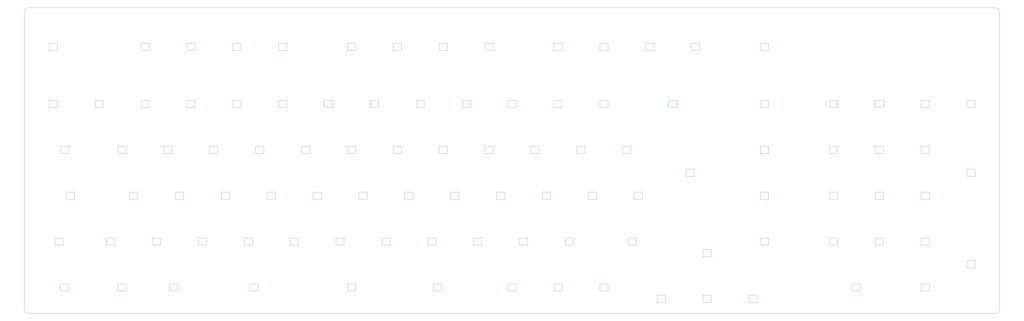
<source format=gbr>
%TF.GenerationSoftware,KiCad,Pcbnew,(6.0.4)*%
%TF.CreationDate,2022-11-05T13:28:53+01:00*%
%TF.ProjectId,pcb,7063622e-6b69-4636-9164-5f7063625858,rev?*%
%TF.SameCoordinates,Original*%
%TF.FileFunction,Profile,NP*%
%FSLAX46Y46*%
G04 Gerber Fmt 4.6, Leading zero omitted, Abs format (unit mm)*
G04 Created by KiCad (PCBNEW (6.0.4)) date 2022-11-05 13:28:53*
%MOMM*%
%LPD*%
G01*
G04 APERTURE LIST*
%TA.AperFunction,Profile*%
%ADD10C,0.100000*%
%TD*%
%TA.AperFunction,Profile*%
%ADD11C,0.120000*%
%TD*%
G04 APERTURE END LIST*
D10*
X493712500Y-165100000D02*
G75*
G03*
X492125000Y-163512500I-1587600J-100D01*
G01*
X88900000Y-288925000D02*
X88900000Y-165100000D01*
X90487500Y-163512500D02*
G75*
G03*
X88900000Y-165100000I0J-1587500D01*
G01*
X90487500Y-290512500D02*
X492125000Y-290512500D01*
X492125000Y-290512500D02*
G75*
G03*
X493712500Y-288925000I0J1587500D01*
G01*
X88900000Y-288925000D02*
G75*
G03*
X90487500Y-290512500I1587600J100D01*
G01*
X493712500Y-288925000D02*
X493712500Y-165100000D01*
X90487500Y-163512500D02*
X492125000Y-163512500D01*
D11*
%TO.C,D150*%
X461056250Y-224087500D02*
X464456250Y-224087500D01*
X461056250Y-221087500D02*
X461056250Y-224087500D01*
X464456250Y-221087500D02*
X461056250Y-221087500D01*
X464456250Y-224087500D02*
X464456250Y-221087500D01*
%TO.C,D190*%
X127681250Y-278237500D02*
X127681250Y-281237500D01*
X131081250Y-278237500D02*
X127681250Y-278237500D01*
X127681250Y-281237500D02*
X131081250Y-281237500D01*
X131081250Y-281237500D02*
X131081250Y-278237500D01*
%TO.C,D180*%
X294368750Y-262187500D02*
X297768750Y-262187500D01*
X294368750Y-259187500D02*
X294368750Y-262187500D01*
X297768750Y-262187500D02*
X297768750Y-259187500D01*
X297768750Y-259187500D02*
X294368750Y-259187500D01*
%TO.C,D115*%
X102506250Y-202037500D02*
X99106250Y-202037500D01*
X99106250Y-202037500D02*
X99106250Y-205037500D01*
X102506250Y-205037500D02*
X102506250Y-202037500D01*
X99106250Y-205037500D02*
X102506250Y-205037500D01*
%TO.C,D119*%
X175306250Y-205037500D02*
X178706250Y-205037500D01*
X178706250Y-202037500D02*
X175306250Y-202037500D01*
X175306250Y-202037500D02*
X175306250Y-205037500D01*
X178706250Y-205037500D02*
X178706250Y-202037500D01*
%TO.C,D135*%
X131081250Y-221087500D02*
X127681250Y-221087500D01*
X127681250Y-221087500D02*
X127681250Y-224087500D01*
X131081250Y-224087500D02*
X131081250Y-221087500D01*
X127681250Y-224087500D02*
X131081250Y-224087500D01*
%TO.C,D162*%
X322943750Y-240137500D02*
X322943750Y-243137500D01*
X326343750Y-243137500D02*
X326343750Y-240137500D01*
X326343750Y-240137500D02*
X322943750Y-240137500D01*
X322943750Y-243137500D02*
X326343750Y-243137500D01*
%TO.C,D136*%
X146731250Y-224087500D02*
X150131250Y-224087500D01*
X146731250Y-221087500D02*
X146731250Y-224087500D01*
X150131250Y-224087500D02*
X150131250Y-221087500D01*
X150131250Y-221087500D02*
X146731250Y-221087500D01*
%TO.C,D144*%
X302531250Y-221087500D02*
X299131250Y-221087500D01*
X302531250Y-224087500D02*
X302531250Y-221087500D01*
X299131250Y-224087500D02*
X302531250Y-224087500D01*
X299131250Y-221087500D02*
X299131250Y-224087500D01*
%TO.C,D158*%
X246743750Y-240137500D02*
X246743750Y-243137500D01*
X250143750Y-240137500D02*
X246743750Y-240137500D01*
X250143750Y-243137500D02*
X250143750Y-240137500D01*
X246743750Y-243137500D02*
X250143750Y-243137500D01*
%TO.C,D197*%
X370568750Y-283000000D02*
X370568750Y-286000000D01*
X370568750Y-286000000D02*
X373968750Y-286000000D01*
X373968750Y-286000000D02*
X373968750Y-283000000D01*
X373968750Y-283000000D02*
X370568750Y-283000000D01*
%TO.C,D134*%
X103868750Y-221087500D02*
X103868750Y-224087500D01*
X107268750Y-221087500D02*
X103868750Y-221087500D01*
X107268750Y-224087500D02*
X107268750Y-221087500D01*
X103868750Y-224087500D02*
X107268750Y-224087500D01*
%TO.C,D138*%
X188231250Y-224087500D02*
X188231250Y-221087500D01*
X188231250Y-221087500D02*
X184831250Y-221087500D01*
X184831250Y-221087500D02*
X184831250Y-224087500D01*
X184831250Y-224087500D02*
X188231250Y-224087500D01*
%TO.C,D166*%
X426356250Y-240137500D02*
X422956250Y-240137500D01*
X426356250Y-243137500D02*
X426356250Y-240137500D01*
X422956250Y-243137500D02*
X426356250Y-243137500D01*
X422956250Y-240137500D02*
X422956250Y-243137500D01*
%TO.C,D185*%
X422956250Y-259187500D02*
X422956250Y-262187500D01*
X426356250Y-259187500D02*
X422956250Y-259187500D01*
X422956250Y-262187500D02*
X426356250Y-262187500D01*
X426356250Y-262187500D02*
X426356250Y-259187500D01*
%TO.C,D107*%
X245381250Y-178225000D02*
X241981250Y-178225000D01*
X241981250Y-181225000D02*
X245381250Y-181225000D01*
X241981250Y-178225000D02*
X241981250Y-181225000D01*
X245381250Y-181225000D02*
X245381250Y-178225000D01*
%TO.C,D175*%
X202518750Y-259187500D02*
X199118750Y-259187500D01*
X202518750Y-262187500D02*
X202518750Y-259187500D01*
X199118750Y-259187500D02*
X199118750Y-262187500D01*
X199118750Y-262187500D02*
X202518750Y-262187500D01*
%TO.C,D170*%
X101487500Y-259187500D02*
X101487500Y-262187500D01*
X104887500Y-262187500D02*
X104887500Y-259187500D01*
X101487500Y-262187500D02*
X104887500Y-262187500D01*
X104887500Y-259187500D02*
X101487500Y-259187500D01*
%TO.C,D202*%
X182450000Y-281237500D02*
X185850000Y-281237500D01*
X185850000Y-278237500D02*
X182450000Y-278237500D01*
X185850000Y-281237500D02*
X185850000Y-278237500D01*
X182450000Y-278237500D02*
X182450000Y-281237500D01*
%TO.C,D146*%
X340631250Y-221087500D02*
X337231250Y-221087500D01*
X337231250Y-224087500D02*
X340631250Y-224087500D01*
X337231250Y-221087500D02*
X337231250Y-224087500D01*
X340631250Y-224087500D02*
X340631250Y-221087500D01*
%TO.C,D140*%
X222931250Y-224087500D02*
X226331250Y-224087500D01*
X226331250Y-224087500D02*
X226331250Y-221087500D01*
X222931250Y-221087500D02*
X222931250Y-224087500D01*
X226331250Y-221087500D02*
X222931250Y-221087500D01*
%TO.C,D188*%
X480106250Y-268712500D02*
X480106250Y-271712500D01*
X483506250Y-268712500D02*
X480106250Y-268712500D01*
X480106250Y-271712500D02*
X483506250Y-271712500D01*
X483506250Y-271712500D02*
X483506250Y-268712500D01*
%TO.C,D137*%
X165781250Y-224087500D02*
X169181250Y-224087500D01*
X165781250Y-221087500D02*
X165781250Y-224087500D01*
X169181250Y-221087500D02*
X165781250Y-221087500D01*
X169181250Y-224087500D02*
X169181250Y-221087500D01*
%TO.C,D193*%
X293006250Y-278237500D02*
X289606250Y-278237500D01*
X289606250Y-278237500D02*
X289606250Y-281237500D01*
X289606250Y-281237500D02*
X293006250Y-281237500D01*
X293006250Y-281237500D02*
X293006250Y-278237500D01*
%TO.C,D163*%
X345393750Y-243137500D02*
X345393750Y-240137500D01*
X341993750Y-243137500D02*
X345393750Y-243137500D01*
X345393750Y-240137500D02*
X341993750Y-240137500D01*
X341993750Y-240137500D02*
X341993750Y-243137500D01*
%TO.C,D139*%
X207281250Y-221087500D02*
X203881250Y-221087500D01*
X203881250Y-224087500D02*
X207281250Y-224087500D01*
X207281250Y-224087500D02*
X207281250Y-221087500D01*
X203881250Y-221087500D02*
X203881250Y-224087500D01*
%TO.C,D141*%
X241981250Y-224087500D02*
X245381250Y-224087500D01*
X241981250Y-221087500D02*
X241981250Y-224087500D01*
X245381250Y-221087500D02*
X241981250Y-221087500D01*
X245381250Y-224087500D02*
X245381250Y-221087500D01*
%TO.C,D148*%
X426356250Y-221087500D02*
X422956250Y-221087500D01*
X426356250Y-224087500D02*
X426356250Y-221087500D01*
X422956250Y-221087500D02*
X422956250Y-224087500D01*
X422956250Y-224087500D02*
X426356250Y-224087500D01*
%TO.C,D113*%
X369206250Y-181225000D02*
X369206250Y-178225000D01*
X369206250Y-178225000D02*
X365806250Y-178225000D01*
X365806250Y-178225000D02*
X365806250Y-181225000D01*
X365806250Y-181225000D02*
X369206250Y-181225000D01*
%TO.C,D109*%
X283481250Y-181225000D02*
X283481250Y-178225000D01*
X280081250Y-181225000D02*
X283481250Y-181225000D01*
X280081250Y-178225000D02*
X280081250Y-181225000D01*
X283481250Y-178225000D02*
X280081250Y-178225000D01*
%TO.C,D127*%
X327706250Y-205037500D02*
X331106250Y-205037500D01*
X331106250Y-202037500D02*
X327706250Y-202037500D01*
X331106250Y-205037500D02*
X331106250Y-202037500D01*
X327706250Y-202037500D02*
X327706250Y-205037500D01*
%TO.C,D167*%
X442006250Y-240137500D02*
X442006250Y-243137500D01*
X445406250Y-240137500D02*
X442006250Y-240137500D01*
X445406250Y-243137500D02*
X445406250Y-240137500D01*
X442006250Y-243137500D02*
X445406250Y-243137500D01*
%TO.C,D183*%
X373968750Y-266950000D02*
X373968750Y-263950000D01*
X373968750Y-263950000D02*
X370568750Y-263950000D01*
X370568750Y-266950000D02*
X373968750Y-266950000D01*
X370568750Y-263950000D02*
X370568750Y-266950000D01*
%TO.C,D130*%
X422956250Y-205037500D02*
X426356250Y-205037500D01*
X422956250Y-202037500D02*
X422956250Y-205037500D01*
X426356250Y-202037500D02*
X422956250Y-202037500D01*
X426356250Y-205037500D02*
X426356250Y-202037500D01*
%TO.C,D116*%
X121556250Y-205037500D02*
X121556250Y-202037500D01*
X121556250Y-202037500D02*
X118156250Y-202037500D01*
X118156250Y-205037500D02*
X121556250Y-205037500D01*
X118156250Y-202037500D02*
X118156250Y-205037500D01*
%TO.C,D168*%
X464456250Y-243137500D02*
X464456250Y-240137500D01*
X461056250Y-243137500D02*
X464456250Y-243137500D01*
X461056250Y-240137500D02*
X461056250Y-243137500D01*
X464456250Y-240137500D02*
X461056250Y-240137500D01*
%TO.C,D176*%
X221568750Y-262187500D02*
X221568750Y-259187500D01*
X218168750Y-262187500D02*
X221568750Y-262187500D01*
X218168750Y-259187500D02*
X218168750Y-262187500D01*
X221568750Y-259187500D02*
X218168750Y-259187500D01*
%TO.C,D110*%
X312056250Y-178225000D02*
X308656250Y-178225000D01*
X308656250Y-178225000D02*
X308656250Y-181225000D01*
X308656250Y-181225000D02*
X312056250Y-181225000D01*
X312056250Y-181225000D02*
X312056250Y-178225000D01*
%TO.C,D128*%
X359681250Y-202037500D02*
X356281250Y-202037500D01*
X356281250Y-202037500D02*
X356281250Y-205037500D01*
X359681250Y-205037500D02*
X359681250Y-202037500D01*
X356281250Y-205037500D02*
X359681250Y-205037500D01*
%TO.C,D118*%
X159656250Y-205037500D02*
X159656250Y-202037500D01*
X159656250Y-202037500D02*
X156256250Y-202037500D01*
X156256250Y-202037500D02*
X156256250Y-205037500D01*
X156256250Y-205037500D02*
X159656250Y-205037500D01*
%TO.C,D186*%
X442006250Y-262187500D02*
X445406250Y-262187500D01*
X442006250Y-259187500D02*
X442006250Y-262187500D01*
X445406250Y-262187500D02*
X445406250Y-259187500D01*
X445406250Y-259187500D02*
X442006250Y-259187500D01*
%TO.C,D171*%
X122918750Y-262187500D02*
X126318750Y-262187500D01*
X126318750Y-259187500D02*
X122918750Y-259187500D01*
X126318750Y-262187500D02*
X126318750Y-259187500D01*
X122918750Y-259187500D02*
X122918750Y-262187500D01*
%TO.C,D105*%
X197756250Y-181225000D02*
X197756250Y-178225000D01*
X194356250Y-181225000D02*
X197756250Y-181225000D01*
X197756250Y-178225000D02*
X194356250Y-178225000D01*
X194356250Y-178225000D02*
X194356250Y-181225000D01*
%TO.C,D192*%
X222931250Y-278237500D02*
X222931250Y-281237500D01*
X222931250Y-281237500D02*
X226331250Y-281237500D01*
X226331250Y-278237500D02*
X222931250Y-278237500D01*
X226331250Y-281237500D02*
X226331250Y-278237500D01*
%TO.C,D120*%
X194356250Y-202037500D02*
X194356250Y-205037500D01*
X197756250Y-202037500D02*
X194356250Y-202037500D01*
X197756250Y-205037500D02*
X197756250Y-202037500D01*
X194356250Y-205037500D02*
X197756250Y-205037500D01*
%TO.C,D122*%
X235856250Y-205037500D02*
X235856250Y-202037500D01*
X232456250Y-205037500D02*
X235856250Y-205037500D01*
X235856250Y-202037500D02*
X232456250Y-202037500D01*
X232456250Y-202037500D02*
X232456250Y-205037500D01*
%TO.C,D129*%
X397781250Y-202037500D02*
X394381250Y-202037500D01*
X394381250Y-202037500D02*
X394381250Y-205037500D01*
X394381250Y-205037500D02*
X397781250Y-205037500D01*
X397781250Y-205037500D02*
X397781250Y-202037500D01*
%TO.C,D155*%
X189593750Y-240137500D02*
X189593750Y-243137500D01*
X192993750Y-243137500D02*
X192993750Y-240137500D01*
X189593750Y-243137500D02*
X192993750Y-243137500D01*
X192993750Y-240137500D02*
X189593750Y-240137500D01*
%TO.C,D103*%
X156256250Y-181225000D02*
X159656250Y-181225000D01*
X159656250Y-181225000D02*
X159656250Y-178225000D01*
X159656250Y-178225000D02*
X156256250Y-178225000D01*
X156256250Y-178225000D02*
X156256250Y-181225000D01*
%TO.C,D106*%
X226331250Y-181225000D02*
X226331250Y-178225000D01*
X222931250Y-178225000D02*
X222931250Y-181225000D01*
X222931250Y-181225000D02*
X226331250Y-181225000D01*
X226331250Y-178225000D02*
X222931250Y-178225000D01*
%TO.C,D181*%
X316818750Y-262187500D02*
X316818750Y-259187500D01*
X316818750Y-259187500D02*
X313418750Y-259187500D01*
X313418750Y-259187500D02*
X313418750Y-262187500D01*
X313418750Y-262187500D02*
X316818750Y-262187500D01*
%TO.C,D184*%
X397781250Y-262187500D02*
X397781250Y-259187500D01*
X397781250Y-259187500D02*
X394381250Y-259187500D01*
X394381250Y-262187500D02*
X397781250Y-262187500D01*
X394381250Y-259187500D02*
X394381250Y-262187500D01*
%TO.C,D114*%
X394381250Y-181225000D02*
X397781250Y-181225000D01*
X394381250Y-178225000D02*
X394381250Y-181225000D01*
X397781250Y-181225000D02*
X397781250Y-178225000D01*
X397781250Y-178225000D02*
X394381250Y-178225000D01*
%TO.C,D156*%
X208643750Y-243137500D02*
X212043750Y-243137500D01*
X208643750Y-240137500D02*
X208643750Y-243137500D01*
X212043750Y-240137500D02*
X208643750Y-240137500D01*
X212043750Y-243137500D02*
X212043750Y-240137500D01*
%TO.C,D159*%
X265793750Y-243137500D02*
X269193750Y-243137500D01*
X269193750Y-240137500D02*
X265793750Y-240137500D01*
X269193750Y-243137500D02*
X269193750Y-240137500D01*
X265793750Y-240137500D02*
X265793750Y-243137500D01*
%TO.C,D172*%
X145368750Y-259187500D02*
X141968750Y-259187500D01*
X141968750Y-259187500D02*
X141968750Y-262187500D01*
X145368750Y-262187500D02*
X145368750Y-259187500D01*
X141968750Y-262187500D02*
X145368750Y-262187500D01*
%TO.C,D117*%
X140606250Y-202037500D02*
X137206250Y-202037500D01*
X137206250Y-202037500D02*
X137206250Y-205037500D01*
X140606250Y-205037500D02*
X140606250Y-202037500D01*
X137206250Y-205037500D02*
X140606250Y-205037500D01*
%TO.C,D173*%
X161018750Y-259187500D02*
X161018750Y-262187500D01*
X164418750Y-259187500D02*
X161018750Y-259187500D01*
X161018750Y-262187500D02*
X164418750Y-262187500D01*
X164418750Y-262187500D02*
X164418750Y-259187500D01*
%TO.C,D178*%
X256268750Y-259187500D02*
X256268750Y-262187500D01*
X256268750Y-262187500D02*
X259668750Y-262187500D01*
X259668750Y-259187500D02*
X256268750Y-259187500D01*
X259668750Y-262187500D02*
X259668750Y-259187500D01*
%TO.C,D199*%
X435881250Y-281237500D02*
X435881250Y-278237500D01*
X432481250Y-278237500D02*
X432481250Y-281237500D01*
X432481250Y-281237500D02*
X435881250Y-281237500D01*
X435881250Y-278237500D02*
X432481250Y-278237500D01*
%TO.C,D143*%
X283481250Y-221087500D02*
X280081250Y-221087500D01*
X283481250Y-224087500D02*
X283481250Y-221087500D01*
X280081250Y-224087500D02*
X283481250Y-224087500D01*
X280081250Y-221087500D02*
X280081250Y-224087500D01*
%TO.C,D182*%
X339612500Y-262187500D02*
X343012500Y-262187500D01*
X343012500Y-259187500D02*
X339612500Y-259187500D01*
X343012500Y-262187500D02*
X343012500Y-259187500D01*
X339612500Y-259187500D02*
X339612500Y-262187500D01*
%TO.C,D157*%
X227693750Y-243137500D02*
X231093750Y-243137500D01*
X227693750Y-240137500D02*
X227693750Y-243137500D01*
X231093750Y-243137500D02*
X231093750Y-240137500D01*
X231093750Y-240137500D02*
X227693750Y-240137500D01*
%TO.C,D196*%
X351518750Y-283000000D02*
X351518750Y-286000000D01*
X351518750Y-286000000D02*
X354918750Y-286000000D01*
X354918750Y-283000000D02*
X351518750Y-283000000D01*
X354918750Y-286000000D02*
X354918750Y-283000000D01*
%TO.C,D102*%
X137206250Y-181225000D02*
X140606250Y-181225000D01*
X140606250Y-178225000D02*
X137206250Y-178225000D01*
X140606250Y-181225000D02*
X140606250Y-178225000D01*
X137206250Y-178225000D02*
X137206250Y-181225000D01*
%TO.C,D203*%
X262050000Y-281237500D02*
X262050000Y-278237500D01*
X262050000Y-278237500D02*
X258650000Y-278237500D01*
X258650000Y-281237500D02*
X262050000Y-281237500D01*
X258650000Y-278237500D02*
X258650000Y-281237500D01*
%TO.C,D177*%
X237218750Y-262187500D02*
X240618750Y-262187500D01*
X240618750Y-259187500D02*
X237218750Y-259187500D01*
X237218750Y-259187500D02*
X237218750Y-262187500D01*
X240618750Y-262187500D02*
X240618750Y-259187500D01*
%TO.C,D145*%
X321581250Y-221087500D02*
X318181250Y-221087500D01*
X321581250Y-224087500D02*
X321581250Y-221087500D01*
X318181250Y-224087500D02*
X321581250Y-224087500D01*
X318181250Y-221087500D02*
X318181250Y-224087500D01*
%TO.C,D112*%
X346756250Y-181225000D02*
X350156250Y-181225000D01*
X346756250Y-178225000D02*
X346756250Y-181225000D01*
X350156250Y-178225000D02*
X346756250Y-178225000D01*
X350156250Y-181225000D02*
X350156250Y-178225000D01*
%TO.C,D142*%
X264431250Y-221087500D02*
X261031250Y-221087500D01*
X261031250Y-224087500D02*
X264431250Y-224087500D01*
X261031250Y-221087500D02*
X261031250Y-224087500D01*
X264431250Y-224087500D02*
X264431250Y-221087500D01*
%TO.C,D161*%
X303893750Y-240137500D02*
X303893750Y-243137500D01*
X307293750Y-243137500D02*
X307293750Y-240137500D01*
X307293750Y-240137500D02*
X303893750Y-240137500D01*
X303893750Y-243137500D02*
X307293750Y-243137500D01*
%TO.C,D149*%
X442006250Y-221087500D02*
X442006250Y-224087500D01*
X445406250Y-221087500D02*
X442006250Y-221087500D01*
X445406250Y-224087500D02*
X445406250Y-221087500D01*
X442006250Y-224087500D02*
X445406250Y-224087500D01*
%TO.C,D126*%
X312056250Y-202037500D02*
X308656250Y-202037500D01*
X312056250Y-205037500D02*
X312056250Y-202037500D01*
X308656250Y-202037500D02*
X308656250Y-205037500D01*
X308656250Y-205037500D02*
X312056250Y-205037500D01*
%TO.C,D195*%
X331106250Y-278237500D02*
X327706250Y-278237500D01*
X331106250Y-281237500D02*
X331106250Y-278237500D01*
X327706250Y-278237500D02*
X327706250Y-281237500D01*
X327706250Y-281237500D02*
X331106250Y-281237500D01*
%TO.C,D123*%
X251506250Y-205037500D02*
X254906250Y-205037500D01*
X251506250Y-202037500D02*
X251506250Y-205037500D01*
X254906250Y-205037500D02*
X254906250Y-202037500D01*
X254906250Y-202037500D02*
X251506250Y-202037500D01*
%TO.C,D179*%
X275318750Y-262187500D02*
X278718750Y-262187500D01*
X278718750Y-262187500D02*
X278718750Y-259187500D01*
X275318750Y-259187500D02*
X275318750Y-262187500D01*
X278718750Y-259187500D02*
X275318750Y-259187500D01*
%TO.C,D174*%
X183468750Y-259187500D02*
X180068750Y-259187500D01*
X180068750Y-262187500D02*
X183468750Y-262187500D01*
X180068750Y-259187500D02*
X180068750Y-262187500D01*
X183468750Y-262187500D02*
X183468750Y-259187500D01*
%TO.C,D147*%
X394381250Y-224087500D02*
X397781250Y-224087500D01*
X394381250Y-221087500D02*
X394381250Y-224087500D01*
X397781250Y-224087500D02*
X397781250Y-221087500D01*
X397781250Y-221087500D02*
X394381250Y-221087500D01*
%TO.C,D198*%
X393018750Y-283000000D02*
X389618750Y-283000000D01*
X393018750Y-286000000D02*
X393018750Y-283000000D01*
X389618750Y-286000000D02*
X393018750Y-286000000D01*
X389618750Y-283000000D02*
X389618750Y-286000000D01*
%TO.C,D133*%
X483506250Y-202037500D02*
X480106250Y-202037500D01*
X483506250Y-205037500D02*
X483506250Y-202037500D01*
X480106250Y-205037500D02*
X483506250Y-205037500D01*
X480106250Y-202037500D02*
X480106250Y-205037500D01*
%TO.C,D121*%
X216806250Y-202037500D02*
X213406250Y-202037500D01*
X213406250Y-202037500D02*
X213406250Y-205037500D01*
X213406250Y-205037500D02*
X216806250Y-205037500D01*
X216806250Y-205037500D02*
X216806250Y-202037500D01*
%TO.C,D187*%
X461056250Y-259187500D02*
X461056250Y-262187500D01*
X464456250Y-262187500D02*
X464456250Y-259187500D01*
X464456250Y-259187500D02*
X461056250Y-259187500D01*
X461056250Y-262187500D02*
X464456250Y-262187500D01*
%TO.C,D125*%
X289606250Y-205037500D02*
X293006250Y-205037500D01*
X293006250Y-205037500D02*
X293006250Y-202037500D01*
X289606250Y-202037500D02*
X289606250Y-205037500D01*
X293006250Y-202037500D02*
X289606250Y-202037500D01*
%TO.C,D154*%
X173943750Y-240137500D02*
X170543750Y-240137500D01*
X170543750Y-240137500D02*
X170543750Y-243137500D01*
X170543750Y-243137500D02*
X173943750Y-243137500D01*
X173943750Y-243137500D02*
X173943750Y-240137500D01*
%TO.C,D104*%
X175306250Y-178225000D02*
X175306250Y-181225000D01*
X175306250Y-181225000D02*
X178706250Y-181225000D01*
X178706250Y-178225000D02*
X175306250Y-178225000D01*
X178706250Y-181225000D02*
X178706250Y-178225000D01*
%TO.C,D153*%
X151493750Y-240137500D02*
X151493750Y-243137500D01*
X154893750Y-240137500D02*
X151493750Y-240137500D01*
X154893750Y-243137500D02*
X154893750Y-240137500D01*
X151493750Y-243137500D02*
X154893750Y-243137500D01*
%TO.C,D124*%
X273956250Y-205037500D02*
X273956250Y-202037500D01*
X273956250Y-202037500D02*
X270556250Y-202037500D01*
X270556250Y-205037500D02*
X273956250Y-205037500D01*
X270556250Y-202037500D02*
X270556250Y-205037500D01*
%TO.C,D200*%
X461056250Y-278237500D02*
X461056250Y-281237500D01*
X464456250Y-278237500D02*
X461056250Y-278237500D01*
X461056250Y-281237500D02*
X464456250Y-281237500D01*
X464456250Y-281237500D02*
X464456250Y-278237500D01*
%TO.C,D194*%
X308656250Y-278237500D02*
X308656250Y-281237500D01*
X312056250Y-278237500D02*
X308656250Y-278237500D01*
X308656250Y-281237500D02*
X312056250Y-281237500D01*
X312056250Y-281237500D02*
X312056250Y-278237500D01*
%TO.C,D111*%
X331106250Y-181225000D02*
X331106250Y-178225000D01*
X327706250Y-178225000D02*
X327706250Y-181225000D01*
X331106250Y-178225000D02*
X327706250Y-178225000D01*
X327706250Y-181225000D02*
X331106250Y-181225000D01*
%TO.C,D132*%
X464456250Y-202037500D02*
X461056250Y-202037500D01*
X461056250Y-202037500D02*
X461056250Y-205037500D01*
X464456250Y-205037500D02*
X464456250Y-202037500D01*
X461056250Y-205037500D02*
X464456250Y-205037500D01*
%TO.C,D189*%
X103868750Y-278237500D02*
X103868750Y-281237500D01*
X103868750Y-281237500D02*
X107268750Y-281237500D01*
X107268750Y-281237500D02*
X107268750Y-278237500D01*
X107268750Y-278237500D02*
X103868750Y-278237500D01*
%TO.C,D160*%
X284843750Y-243137500D02*
X288243750Y-243137500D01*
X284843750Y-240137500D02*
X284843750Y-243137500D01*
X288243750Y-243137500D02*
X288243750Y-240137500D01*
X288243750Y-240137500D02*
X284843750Y-240137500D01*
%TO.C,D131*%
X442006250Y-202037500D02*
X442006250Y-205037500D01*
X445406250Y-202037500D02*
X442006250Y-202037500D01*
X445406250Y-205037500D02*
X445406250Y-202037500D01*
X442006250Y-205037500D02*
X445406250Y-205037500D01*
%TO.C,D108*%
X264431250Y-178225000D02*
X261031250Y-178225000D01*
X261031250Y-181225000D02*
X264431250Y-181225000D01*
X261031250Y-178225000D02*
X261031250Y-181225000D01*
X264431250Y-181225000D02*
X264431250Y-178225000D01*
%TO.C,D152*%
X135843750Y-240137500D02*
X132443750Y-240137500D01*
X132443750Y-243137500D02*
X135843750Y-243137500D01*
X132443750Y-240137500D02*
X132443750Y-243137500D01*
X135843750Y-243137500D02*
X135843750Y-240137500D01*
%TO.C,D169*%
X480106250Y-233612500D02*
X483506250Y-233612500D01*
X483506250Y-230612500D02*
X480106250Y-230612500D01*
X483506250Y-233612500D02*
X483506250Y-230612500D01*
X480106250Y-230612500D02*
X480106250Y-233612500D01*
%TO.C,D191*%
X152512500Y-278237500D02*
X149112500Y-278237500D01*
X152512500Y-281237500D02*
X152512500Y-278237500D01*
X149112500Y-281237500D02*
X152512500Y-281237500D01*
X149112500Y-278237500D02*
X149112500Y-281237500D01*
%TO.C,D165*%
X394381250Y-240137500D02*
X394381250Y-243137500D01*
X394381250Y-243137500D02*
X397781250Y-243137500D01*
X397781250Y-243137500D02*
X397781250Y-240137500D01*
X397781250Y-240137500D02*
X394381250Y-240137500D01*
%TO.C,D164*%
X363425000Y-230612500D02*
X363425000Y-233612500D01*
X366825000Y-233612500D02*
X366825000Y-230612500D01*
X363425000Y-233612500D02*
X366825000Y-233612500D01*
X366825000Y-230612500D02*
X363425000Y-230612500D01*
%TO.C,D151*%
X106250000Y-243137500D02*
X109650000Y-243137500D01*
X106250000Y-240137500D02*
X106250000Y-243137500D01*
X109650000Y-240137500D02*
X106250000Y-240137500D01*
X109650000Y-243137500D02*
X109650000Y-240137500D01*
%TO.C,D101*%
X102506250Y-181225000D02*
X102506250Y-178225000D01*
X102506250Y-178225000D02*
X99106250Y-178225000D01*
X99106250Y-178225000D02*
X99106250Y-181225000D01*
X99106250Y-181225000D02*
X102506250Y-181225000D01*
%TD*%
M02*

</source>
